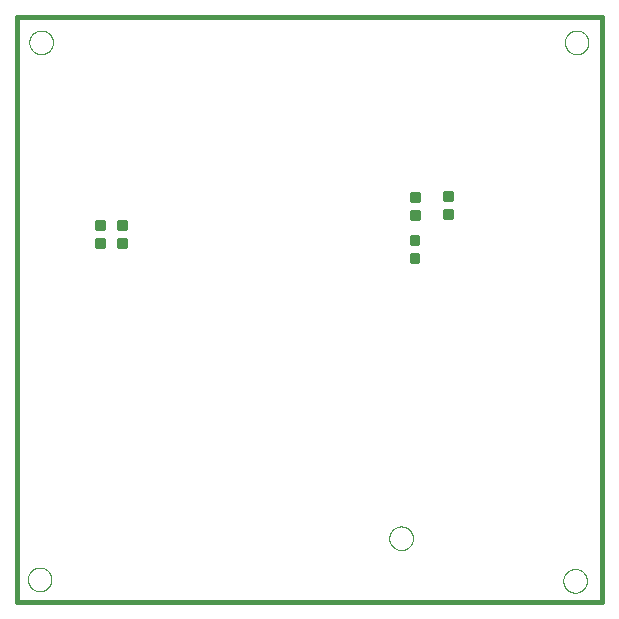
<source format=gbp>
G75*
%MOIN*%
%OFA0B0*%
%FSLAX25Y25*%
%IPPOS*%
%LPD*%
%AMOC8*
5,1,8,0,0,1.08239X$1,22.5*
%
%ADD10C,0.00000*%
%ADD11C,0.01600*%
%ADD12C,0.00875*%
D10*
X0005834Y0009308D02*
X0005836Y0009433D01*
X0005842Y0009558D01*
X0005852Y0009682D01*
X0005866Y0009806D01*
X0005883Y0009930D01*
X0005905Y0010053D01*
X0005931Y0010175D01*
X0005960Y0010297D01*
X0005993Y0010417D01*
X0006031Y0010536D01*
X0006071Y0010655D01*
X0006116Y0010771D01*
X0006164Y0010886D01*
X0006216Y0011000D01*
X0006272Y0011112D01*
X0006331Y0011222D01*
X0006393Y0011330D01*
X0006459Y0011437D01*
X0006528Y0011541D01*
X0006601Y0011642D01*
X0006676Y0011742D01*
X0006755Y0011839D01*
X0006837Y0011933D01*
X0006922Y0012025D01*
X0007009Y0012114D01*
X0007100Y0012200D01*
X0007193Y0012283D01*
X0007289Y0012364D01*
X0007387Y0012441D01*
X0007487Y0012515D01*
X0007590Y0012586D01*
X0007695Y0012653D01*
X0007803Y0012718D01*
X0007912Y0012778D01*
X0008023Y0012836D01*
X0008136Y0012889D01*
X0008250Y0012939D01*
X0008366Y0012986D01*
X0008483Y0013028D01*
X0008602Y0013067D01*
X0008722Y0013103D01*
X0008843Y0013134D01*
X0008965Y0013162D01*
X0009087Y0013185D01*
X0009211Y0013205D01*
X0009335Y0013221D01*
X0009459Y0013233D01*
X0009584Y0013241D01*
X0009709Y0013245D01*
X0009833Y0013245D01*
X0009958Y0013241D01*
X0010083Y0013233D01*
X0010207Y0013221D01*
X0010331Y0013205D01*
X0010455Y0013185D01*
X0010577Y0013162D01*
X0010699Y0013134D01*
X0010820Y0013103D01*
X0010940Y0013067D01*
X0011059Y0013028D01*
X0011176Y0012986D01*
X0011292Y0012939D01*
X0011406Y0012889D01*
X0011519Y0012836D01*
X0011630Y0012778D01*
X0011740Y0012718D01*
X0011847Y0012653D01*
X0011952Y0012586D01*
X0012055Y0012515D01*
X0012155Y0012441D01*
X0012253Y0012364D01*
X0012349Y0012283D01*
X0012442Y0012200D01*
X0012533Y0012114D01*
X0012620Y0012025D01*
X0012705Y0011933D01*
X0012787Y0011839D01*
X0012866Y0011742D01*
X0012941Y0011642D01*
X0013014Y0011541D01*
X0013083Y0011437D01*
X0013149Y0011330D01*
X0013211Y0011222D01*
X0013270Y0011112D01*
X0013326Y0011000D01*
X0013378Y0010886D01*
X0013426Y0010771D01*
X0013471Y0010655D01*
X0013511Y0010536D01*
X0013549Y0010417D01*
X0013582Y0010297D01*
X0013611Y0010175D01*
X0013637Y0010053D01*
X0013659Y0009930D01*
X0013676Y0009806D01*
X0013690Y0009682D01*
X0013700Y0009558D01*
X0013706Y0009433D01*
X0013708Y0009308D01*
X0013706Y0009183D01*
X0013700Y0009058D01*
X0013690Y0008934D01*
X0013676Y0008810D01*
X0013659Y0008686D01*
X0013637Y0008563D01*
X0013611Y0008441D01*
X0013582Y0008319D01*
X0013549Y0008199D01*
X0013511Y0008080D01*
X0013471Y0007961D01*
X0013426Y0007845D01*
X0013378Y0007730D01*
X0013326Y0007616D01*
X0013270Y0007504D01*
X0013211Y0007394D01*
X0013149Y0007286D01*
X0013083Y0007179D01*
X0013014Y0007075D01*
X0012941Y0006974D01*
X0012866Y0006874D01*
X0012787Y0006777D01*
X0012705Y0006683D01*
X0012620Y0006591D01*
X0012533Y0006502D01*
X0012442Y0006416D01*
X0012349Y0006333D01*
X0012253Y0006252D01*
X0012155Y0006175D01*
X0012055Y0006101D01*
X0011952Y0006030D01*
X0011847Y0005963D01*
X0011739Y0005898D01*
X0011630Y0005838D01*
X0011519Y0005780D01*
X0011406Y0005727D01*
X0011292Y0005677D01*
X0011176Y0005630D01*
X0011059Y0005588D01*
X0010940Y0005549D01*
X0010820Y0005513D01*
X0010699Y0005482D01*
X0010577Y0005454D01*
X0010455Y0005431D01*
X0010331Y0005411D01*
X0010207Y0005395D01*
X0010083Y0005383D01*
X0009958Y0005375D01*
X0009833Y0005371D01*
X0009709Y0005371D01*
X0009584Y0005375D01*
X0009459Y0005383D01*
X0009335Y0005395D01*
X0009211Y0005411D01*
X0009087Y0005431D01*
X0008965Y0005454D01*
X0008843Y0005482D01*
X0008722Y0005513D01*
X0008602Y0005549D01*
X0008483Y0005588D01*
X0008366Y0005630D01*
X0008250Y0005677D01*
X0008136Y0005727D01*
X0008023Y0005780D01*
X0007912Y0005838D01*
X0007802Y0005898D01*
X0007695Y0005963D01*
X0007590Y0006030D01*
X0007487Y0006101D01*
X0007387Y0006175D01*
X0007289Y0006252D01*
X0007193Y0006333D01*
X0007100Y0006416D01*
X0007009Y0006502D01*
X0006922Y0006591D01*
X0006837Y0006683D01*
X0006755Y0006777D01*
X0006676Y0006874D01*
X0006601Y0006974D01*
X0006528Y0007075D01*
X0006459Y0007179D01*
X0006393Y0007286D01*
X0006331Y0007394D01*
X0006272Y0007504D01*
X0006216Y0007616D01*
X0006164Y0007730D01*
X0006116Y0007845D01*
X0006071Y0007961D01*
X0006031Y0008080D01*
X0005993Y0008199D01*
X0005960Y0008319D01*
X0005931Y0008441D01*
X0005905Y0008563D01*
X0005883Y0008686D01*
X0005866Y0008810D01*
X0005852Y0008934D01*
X0005842Y0009058D01*
X0005836Y0009183D01*
X0005834Y0009308D01*
X0126315Y0023005D02*
X0126317Y0023130D01*
X0126323Y0023255D01*
X0126333Y0023379D01*
X0126347Y0023503D01*
X0126364Y0023627D01*
X0126386Y0023750D01*
X0126412Y0023872D01*
X0126441Y0023994D01*
X0126474Y0024114D01*
X0126512Y0024233D01*
X0126552Y0024352D01*
X0126597Y0024468D01*
X0126645Y0024583D01*
X0126697Y0024697D01*
X0126753Y0024809D01*
X0126812Y0024919D01*
X0126874Y0025027D01*
X0126940Y0025134D01*
X0127009Y0025238D01*
X0127082Y0025339D01*
X0127157Y0025439D01*
X0127236Y0025536D01*
X0127318Y0025630D01*
X0127403Y0025722D01*
X0127490Y0025811D01*
X0127581Y0025897D01*
X0127674Y0025980D01*
X0127770Y0026061D01*
X0127868Y0026138D01*
X0127968Y0026212D01*
X0128071Y0026283D01*
X0128176Y0026350D01*
X0128284Y0026415D01*
X0128393Y0026475D01*
X0128504Y0026533D01*
X0128617Y0026586D01*
X0128731Y0026636D01*
X0128847Y0026683D01*
X0128964Y0026725D01*
X0129083Y0026764D01*
X0129203Y0026800D01*
X0129324Y0026831D01*
X0129446Y0026859D01*
X0129568Y0026882D01*
X0129692Y0026902D01*
X0129816Y0026918D01*
X0129940Y0026930D01*
X0130065Y0026938D01*
X0130190Y0026942D01*
X0130314Y0026942D01*
X0130439Y0026938D01*
X0130564Y0026930D01*
X0130688Y0026918D01*
X0130812Y0026902D01*
X0130936Y0026882D01*
X0131058Y0026859D01*
X0131180Y0026831D01*
X0131301Y0026800D01*
X0131421Y0026764D01*
X0131540Y0026725D01*
X0131657Y0026683D01*
X0131773Y0026636D01*
X0131887Y0026586D01*
X0132000Y0026533D01*
X0132111Y0026475D01*
X0132221Y0026415D01*
X0132328Y0026350D01*
X0132433Y0026283D01*
X0132536Y0026212D01*
X0132636Y0026138D01*
X0132734Y0026061D01*
X0132830Y0025980D01*
X0132923Y0025897D01*
X0133014Y0025811D01*
X0133101Y0025722D01*
X0133186Y0025630D01*
X0133268Y0025536D01*
X0133347Y0025439D01*
X0133422Y0025339D01*
X0133495Y0025238D01*
X0133564Y0025134D01*
X0133630Y0025027D01*
X0133692Y0024919D01*
X0133751Y0024809D01*
X0133807Y0024697D01*
X0133859Y0024583D01*
X0133907Y0024468D01*
X0133952Y0024352D01*
X0133992Y0024233D01*
X0134030Y0024114D01*
X0134063Y0023994D01*
X0134092Y0023872D01*
X0134118Y0023750D01*
X0134140Y0023627D01*
X0134157Y0023503D01*
X0134171Y0023379D01*
X0134181Y0023255D01*
X0134187Y0023130D01*
X0134189Y0023005D01*
X0134187Y0022880D01*
X0134181Y0022755D01*
X0134171Y0022631D01*
X0134157Y0022507D01*
X0134140Y0022383D01*
X0134118Y0022260D01*
X0134092Y0022138D01*
X0134063Y0022016D01*
X0134030Y0021896D01*
X0133992Y0021777D01*
X0133952Y0021658D01*
X0133907Y0021542D01*
X0133859Y0021427D01*
X0133807Y0021313D01*
X0133751Y0021201D01*
X0133692Y0021091D01*
X0133630Y0020983D01*
X0133564Y0020876D01*
X0133495Y0020772D01*
X0133422Y0020671D01*
X0133347Y0020571D01*
X0133268Y0020474D01*
X0133186Y0020380D01*
X0133101Y0020288D01*
X0133014Y0020199D01*
X0132923Y0020113D01*
X0132830Y0020030D01*
X0132734Y0019949D01*
X0132636Y0019872D01*
X0132536Y0019798D01*
X0132433Y0019727D01*
X0132328Y0019660D01*
X0132220Y0019595D01*
X0132111Y0019535D01*
X0132000Y0019477D01*
X0131887Y0019424D01*
X0131773Y0019374D01*
X0131657Y0019327D01*
X0131540Y0019285D01*
X0131421Y0019246D01*
X0131301Y0019210D01*
X0131180Y0019179D01*
X0131058Y0019151D01*
X0130936Y0019128D01*
X0130812Y0019108D01*
X0130688Y0019092D01*
X0130564Y0019080D01*
X0130439Y0019072D01*
X0130314Y0019068D01*
X0130190Y0019068D01*
X0130065Y0019072D01*
X0129940Y0019080D01*
X0129816Y0019092D01*
X0129692Y0019108D01*
X0129568Y0019128D01*
X0129446Y0019151D01*
X0129324Y0019179D01*
X0129203Y0019210D01*
X0129083Y0019246D01*
X0128964Y0019285D01*
X0128847Y0019327D01*
X0128731Y0019374D01*
X0128617Y0019424D01*
X0128504Y0019477D01*
X0128393Y0019535D01*
X0128283Y0019595D01*
X0128176Y0019660D01*
X0128071Y0019727D01*
X0127968Y0019798D01*
X0127868Y0019872D01*
X0127770Y0019949D01*
X0127674Y0020030D01*
X0127581Y0020113D01*
X0127490Y0020199D01*
X0127403Y0020288D01*
X0127318Y0020380D01*
X0127236Y0020474D01*
X0127157Y0020571D01*
X0127082Y0020671D01*
X0127009Y0020772D01*
X0126940Y0020876D01*
X0126874Y0020983D01*
X0126812Y0021091D01*
X0126753Y0021201D01*
X0126697Y0021313D01*
X0126645Y0021427D01*
X0126597Y0021542D01*
X0126552Y0021658D01*
X0126512Y0021777D01*
X0126474Y0021896D01*
X0126441Y0022016D01*
X0126412Y0022138D01*
X0126386Y0022260D01*
X0126364Y0022383D01*
X0126347Y0022507D01*
X0126333Y0022631D01*
X0126323Y0022755D01*
X0126317Y0022880D01*
X0126315Y0023005D01*
X0184319Y0008800D02*
X0184321Y0008925D01*
X0184327Y0009050D01*
X0184337Y0009174D01*
X0184351Y0009298D01*
X0184368Y0009422D01*
X0184390Y0009545D01*
X0184416Y0009667D01*
X0184445Y0009789D01*
X0184478Y0009909D01*
X0184516Y0010028D01*
X0184556Y0010147D01*
X0184601Y0010263D01*
X0184649Y0010378D01*
X0184701Y0010492D01*
X0184757Y0010604D01*
X0184816Y0010714D01*
X0184878Y0010822D01*
X0184944Y0010929D01*
X0185013Y0011033D01*
X0185086Y0011134D01*
X0185161Y0011234D01*
X0185240Y0011331D01*
X0185322Y0011425D01*
X0185407Y0011517D01*
X0185494Y0011606D01*
X0185585Y0011692D01*
X0185678Y0011775D01*
X0185774Y0011856D01*
X0185872Y0011933D01*
X0185972Y0012007D01*
X0186075Y0012078D01*
X0186180Y0012145D01*
X0186288Y0012210D01*
X0186397Y0012270D01*
X0186508Y0012328D01*
X0186621Y0012381D01*
X0186735Y0012431D01*
X0186851Y0012478D01*
X0186968Y0012520D01*
X0187087Y0012559D01*
X0187207Y0012595D01*
X0187328Y0012626D01*
X0187450Y0012654D01*
X0187572Y0012677D01*
X0187696Y0012697D01*
X0187820Y0012713D01*
X0187944Y0012725D01*
X0188069Y0012733D01*
X0188194Y0012737D01*
X0188318Y0012737D01*
X0188443Y0012733D01*
X0188568Y0012725D01*
X0188692Y0012713D01*
X0188816Y0012697D01*
X0188940Y0012677D01*
X0189062Y0012654D01*
X0189184Y0012626D01*
X0189305Y0012595D01*
X0189425Y0012559D01*
X0189544Y0012520D01*
X0189661Y0012478D01*
X0189777Y0012431D01*
X0189891Y0012381D01*
X0190004Y0012328D01*
X0190115Y0012270D01*
X0190225Y0012210D01*
X0190332Y0012145D01*
X0190437Y0012078D01*
X0190540Y0012007D01*
X0190640Y0011933D01*
X0190738Y0011856D01*
X0190834Y0011775D01*
X0190927Y0011692D01*
X0191018Y0011606D01*
X0191105Y0011517D01*
X0191190Y0011425D01*
X0191272Y0011331D01*
X0191351Y0011234D01*
X0191426Y0011134D01*
X0191499Y0011033D01*
X0191568Y0010929D01*
X0191634Y0010822D01*
X0191696Y0010714D01*
X0191755Y0010604D01*
X0191811Y0010492D01*
X0191863Y0010378D01*
X0191911Y0010263D01*
X0191956Y0010147D01*
X0191996Y0010028D01*
X0192034Y0009909D01*
X0192067Y0009789D01*
X0192096Y0009667D01*
X0192122Y0009545D01*
X0192144Y0009422D01*
X0192161Y0009298D01*
X0192175Y0009174D01*
X0192185Y0009050D01*
X0192191Y0008925D01*
X0192193Y0008800D01*
X0192191Y0008675D01*
X0192185Y0008550D01*
X0192175Y0008426D01*
X0192161Y0008302D01*
X0192144Y0008178D01*
X0192122Y0008055D01*
X0192096Y0007933D01*
X0192067Y0007811D01*
X0192034Y0007691D01*
X0191996Y0007572D01*
X0191956Y0007453D01*
X0191911Y0007337D01*
X0191863Y0007222D01*
X0191811Y0007108D01*
X0191755Y0006996D01*
X0191696Y0006886D01*
X0191634Y0006778D01*
X0191568Y0006671D01*
X0191499Y0006567D01*
X0191426Y0006466D01*
X0191351Y0006366D01*
X0191272Y0006269D01*
X0191190Y0006175D01*
X0191105Y0006083D01*
X0191018Y0005994D01*
X0190927Y0005908D01*
X0190834Y0005825D01*
X0190738Y0005744D01*
X0190640Y0005667D01*
X0190540Y0005593D01*
X0190437Y0005522D01*
X0190332Y0005455D01*
X0190224Y0005390D01*
X0190115Y0005330D01*
X0190004Y0005272D01*
X0189891Y0005219D01*
X0189777Y0005169D01*
X0189661Y0005122D01*
X0189544Y0005080D01*
X0189425Y0005041D01*
X0189305Y0005005D01*
X0189184Y0004974D01*
X0189062Y0004946D01*
X0188940Y0004923D01*
X0188816Y0004903D01*
X0188692Y0004887D01*
X0188568Y0004875D01*
X0188443Y0004867D01*
X0188318Y0004863D01*
X0188194Y0004863D01*
X0188069Y0004867D01*
X0187944Y0004875D01*
X0187820Y0004887D01*
X0187696Y0004903D01*
X0187572Y0004923D01*
X0187450Y0004946D01*
X0187328Y0004974D01*
X0187207Y0005005D01*
X0187087Y0005041D01*
X0186968Y0005080D01*
X0186851Y0005122D01*
X0186735Y0005169D01*
X0186621Y0005219D01*
X0186508Y0005272D01*
X0186397Y0005330D01*
X0186287Y0005390D01*
X0186180Y0005455D01*
X0186075Y0005522D01*
X0185972Y0005593D01*
X0185872Y0005667D01*
X0185774Y0005744D01*
X0185678Y0005825D01*
X0185585Y0005908D01*
X0185494Y0005994D01*
X0185407Y0006083D01*
X0185322Y0006175D01*
X0185240Y0006269D01*
X0185161Y0006366D01*
X0185086Y0006466D01*
X0185013Y0006567D01*
X0184944Y0006671D01*
X0184878Y0006778D01*
X0184816Y0006886D01*
X0184757Y0006996D01*
X0184701Y0007108D01*
X0184649Y0007222D01*
X0184601Y0007337D01*
X0184556Y0007453D01*
X0184516Y0007572D01*
X0184478Y0007691D01*
X0184445Y0007811D01*
X0184416Y0007933D01*
X0184390Y0008055D01*
X0184368Y0008178D01*
X0184351Y0008302D01*
X0184337Y0008426D01*
X0184327Y0008550D01*
X0184321Y0008675D01*
X0184319Y0008800D01*
X0184834Y0188308D02*
X0184836Y0188433D01*
X0184842Y0188558D01*
X0184852Y0188682D01*
X0184866Y0188806D01*
X0184883Y0188930D01*
X0184905Y0189053D01*
X0184931Y0189175D01*
X0184960Y0189297D01*
X0184993Y0189417D01*
X0185031Y0189536D01*
X0185071Y0189655D01*
X0185116Y0189771D01*
X0185164Y0189886D01*
X0185216Y0190000D01*
X0185272Y0190112D01*
X0185331Y0190222D01*
X0185393Y0190330D01*
X0185459Y0190437D01*
X0185528Y0190541D01*
X0185601Y0190642D01*
X0185676Y0190742D01*
X0185755Y0190839D01*
X0185837Y0190933D01*
X0185922Y0191025D01*
X0186009Y0191114D01*
X0186100Y0191200D01*
X0186193Y0191283D01*
X0186289Y0191364D01*
X0186387Y0191441D01*
X0186487Y0191515D01*
X0186590Y0191586D01*
X0186695Y0191653D01*
X0186803Y0191718D01*
X0186912Y0191778D01*
X0187023Y0191836D01*
X0187136Y0191889D01*
X0187250Y0191939D01*
X0187366Y0191986D01*
X0187483Y0192028D01*
X0187602Y0192067D01*
X0187722Y0192103D01*
X0187843Y0192134D01*
X0187965Y0192162D01*
X0188087Y0192185D01*
X0188211Y0192205D01*
X0188335Y0192221D01*
X0188459Y0192233D01*
X0188584Y0192241D01*
X0188709Y0192245D01*
X0188833Y0192245D01*
X0188958Y0192241D01*
X0189083Y0192233D01*
X0189207Y0192221D01*
X0189331Y0192205D01*
X0189455Y0192185D01*
X0189577Y0192162D01*
X0189699Y0192134D01*
X0189820Y0192103D01*
X0189940Y0192067D01*
X0190059Y0192028D01*
X0190176Y0191986D01*
X0190292Y0191939D01*
X0190406Y0191889D01*
X0190519Y0191836D01*
X0190630Y0191778D01*
X0190740Y0191718D01*
X0190847Y0191653D01*
X0190952Y0191586D01*
X0191055Y0191515D01*
X0191155Y0191441D01*
X0191253Y0191364D01*
X0191349Y0191283D01*
X0191442Y0191200D01*
X0191533Y0191114D01*
X0191620Y0191025D01*
X0191705Y0190933D01*
X0191787Y0190839D01*
X0191866Y0190742D01*
X0191941Y0190642D01*
X0192014Y0190541D01*
X0192083Y0190437D01*
X0192149Y0190330D01*
X0192211Y0190222D01*
X0192270Y0190112D01*
X0192326Y0190000D01*
X0192378Y0189886D01*
X0192426Y0189771D01*
X0192471Y0189655D01*
X0192511Y0189536D01*
X0192549Y0189417D01*
X0192582Y0189297D01*
X0192611Y0189175D01*
X0192637Y0189053D01*
X0192659Y0188930D01*
X0192676Y0188806D01*
X0192690Y0188682D01*
X0192700Y0188558D01*
X0192706Y0188433D01*
X0192708Y0188308D01*
X0192706Y0188183D01*
X0192700Y0188058D01*
X0192690Y0187934D01*
X0192676Y0187810D01*
X0192659Y0187686D01*
X0192637Y0187563D01*
X0192611Y0187441D01*
X0192582Y0187319D01*
X0192549Y0187199D01*
X0192511Y0187080D01*
X0192471Y0186961D01*
X0192426Y0186845D01*
X0192378Y0186730D01*
X0192326Y0186616D01*
X0192270Y0186504D01*
X0192211Y0186394D01*
X0192149Y0186286D01*
X0192083Y0186179D01*
X0192014Y0186075D01*
X0191941Y0185974D01*
X0191866Y0185874D01*
X0191787Y0185777D01*
X0191705Y0185683D01*
X0191620Y0185591D01*
X0191533Y0185502D01*
X0191442Y0185416D01*
X0191349Y0185333D01*
X0191253Y0185252D01*
X0191155Y0185175D01*
X0191055Y0185101D01*
X0190952Y0185030D01*
X0190847Y0184963D01*
X0190739Y0184898D01*
X0190630Y0184838D01*
X0190519Y0184780D01*
X0190406Y0184727D01*
X0190292Y0184677D01*
X0190176Y0184630D01*
X0190059Y0184588D01*
X0189940Y0184549D01*
X0189820Y0184513D01*
X0189699Y0184482D01*
X0189577Y0184454D01*
X0189455Y0184431D01*
X0189331Y0184411D01*
X0189207Y0184395D01*
X0189083Y0184383D01*
X0188958Y0184375D01*
X0188833Y0184371D01*
X0188709Y0184371D01*
X0188584Y0184375D01*
X0188459Y0184383D01*
X0188335Y0184395D01*
X0188211Y0184411D01*
X0188087Y0184431D01*
X0187965Y0184454D01*
X0187843Y0184482D01*
X0187722Y0184513D01*
X0187602Y0184549D01*
X0187483Y0184588D01*
X0187366Y0184630D01*
X0187250Y0184677D01*
X0187136Y0184727D01*
X0187023Y0184780D01*
X0186912Y0184838D01*
X0186802Y0184898D01*
X0186695Y0184963D01*
X0186590Y0185030D01*
X0186487Y0185101D01*
X0186387Y0185175D01*
X0186289Y0185252D01*
X0186193Y0185333D01*
X0186100Y0185416D01*
X0186009Y0185502D01*
X0185922Y0185591D01*
X0185837Y0185683D01*
X0185755Y0185777D01*
X0185676Y0185874D01*
X0185601Y0185974D01*
X0185528Y0186075D01*
X0185459Y0186179D01*
X0185393Y0186286D01*
X0185331Y0186394D01*
X0185272Y0186504D01*
X0185216Y0186616D01*
X0185164Y0186730D01*
X0185116Y0186845D01*
X0185071Y0186961D01*
X0185031Y0187080D01*
X0184993Y0187199D01*
X0184960Y0187319D01*
X0184931Y0187441D01*
X0184905Y0187563D01*
X0184883Y0187686D01*
X0184866Y0187810D01*
X0184852Y0187934D01*
X0184842Y0188058D01*
X0184836Y0188183D01*
X0184834Y0188308D01*
X0006334Y0188308D02*
X0006336Y0188433D01*
X0006342Y0188558D01*
X0006352Y0188682D01*
X0006366Y0188806D01*
X0006383Y0188930D01*
X0006405Y0189053D01*
X0006431Y0189175D01*
X0006460Y0189297D01*
X0006493Y0189417D01*
X0006531Y0189536D01*
X0006571Y0189655D01*
X0006616Y0189771D01*
X0006664Y0189886D01*
X0006716Y0190000D01*
X0006772Y0190112D01*
X0006831Y0190222D01*
X0006893Y0190330D01*
X0006959Y0190437D01*
X0007028Y0190541D01*
X0007101Y0190642D01*
X0007176Y0190742D01*
X0007255Y0190839D01*
X0007337Y0190933D01*
X0007422Y0191025D01*
X0007509Y0191114D01*
X0007600Y0191200D01*
X0007693Y0191283D01*
X0007789Y0191364D01*
X0007887Y0191441D01*
X0007987Y0191515D01*
X0008090Y0191586D01*
X0008195Y0191653D01*
X0008303Y0191718D01*
X0008412Y0191778D01*
X0008523Y0191836D01*
X0008636Y0191889D01*
X0008750Y0191939D01*
X0008866Y0191986D01*
X0008983Y0192028D01*
X0009102Y0192067D01*
X0009222Y0192103D01*
X0009343Y0192134D01*
X0009465Y0192162D01*
X0009587Y0192185D01*
X0009711Y0192205D01*
X0009835Y0192221D01*
X0009959Y0192233D01*
X0010084Y0192241D01*
X0010209Y0192245D01*
X0010333Y0192245D01*
X0010458Y0192241D01*
X0010583Y0192233D01*
X0010707Y0192221D01*
X0010831Y0192205D01*
X0010955Y0192185D01*
X0011077Y0192162D01*
X0011199Y0192134D01*
X0011320Y0192103D01*
X0011440Y0192067D01*
X0011559Y0192028D01*
X0011676Y0191986D01*
X0011792Y0191939D01*
X0011906Y0191889D01*
X0012019Y0191836D01*
X0012130Y0191778D01*
X0012240Y0191718D01*
X0012347Y0191653D01*
X0012452Y0191586D01*
X0012555Y0191515D01*
X0012655Y0191441D01*
X0012753Y0191364D01*
X0012849Y0191283D01*
X0012942Y0191200D01*
X0013033Y0191114D01*
X0013120Y0191025D01*
X0013205Y0190933D01*
X0013287Y0190839D01*
X0013366Y0190742D01*
X0013441Y0190642D01*
X0013514Y0190541D01*
X0013583Y0190437D01*
X0013649Y0190330D01*
X0013711Y0190222D01*
X0013770Y0190112D01*
X0013826Y0190000D01*
X0013878Y0189886D01*
X0013926Y0189771D01*
X0013971Y0189655D01*
X0014011Y0189536D01*
X0014049Y0189417D01*
X0014082Y0189297D01*
X0014111Y0189175D01*
X0014137Y0189053D01*
X0014159Y0188930D01*
X0014176Y0188806D01*
X0014190Y0188682D01*
X0014200Y0188558D01*
X0014206Y0188433D01*
X0014208Y0188308D01*
X0014206Y0188183D01*
X0014200Y0188058D01*
X0014190Y0187934D01*
X0014176Y0187810D01*
X0014159Y0187686D01*
X0014137Y0187563D01*
X0014111Y0187441D01*
X0014082Y0187319D01*
X0014049Y0187199D01*
X0014011Y0187080D01*
X0013971Y0186961D01*
X0013926Y0186845D01*
X0013878Y0186730D01*
X0013826Y0186616D01*
X0013770Y0186504D01*
X0013711Y0186394D01*
X0013649Y0186286D01*
X0013583Y0186179D01*
X0013514Y0186075D01*
X0013441Y0185974D01*
X0013366Y0185874D01*
X0013287Y0185777D01*
X0013205Y0185683D01*
X0013120Y0185591D01*
X0013033Y0185502D01*
X0012942Y0185416D01*
X0012849Y0185333D01*
X0012753Y0185252D01*
X0012655Y0185175D01*
X0012555Y0185101D01*
X0012452Y0185030D01*
X0012347Y0184963D01*
X0012239Y0184898D01*
X0012130Y0184838D01*
X0012019Y0184780D01*
X0011906Y0184727D01*
X0011792Y0184677D01*
X0011676Y0184630D01*
X0011559Y0184588D01*
X0011440Y0184549D01*
X0011320Y0184513D01*
X0011199Y0184482D01*
X0011077Y0184454D01*
X0010955Y0184431D01*
X0010831Y0184411D01*
X0010707Y0184395D01*
X0010583Y0184383D01*
X0010458Y0184375D01*
X0010333Y0184371D01*
X0010209Y0184371D01*
X0010084Y0184375D01*
X0009959Y0184383D01*
X0009835Y0184395D01*
X0009711Y0184411D01*
X0009587Y0184431D01*
X0009465Y0184454D01*
X0009343Y0184482D01*
X0009222Y0184513D01*
X0009102Y0184549D01*
X0008983Y0184588D01*
X0008866Y0184630D01*
X0008750Y0184677D01*
X0008636Y0184727D01*
X0008523Y0184780D01*
X0008412Y0184838D01*
X0008302Y0184898D01*
X0008195Y0184963D01*
X0008090Y0185030D01*
X0007987Y0185101D01*
X0007887Y0185175D01*
X0007789Y0185252D01*
X0007693Y0185333D01*
X0007600Y0185416D01*
X0007509Y0185502D01*
X0007422Y0185591D01*
X0007337Y0185683D01*
X0007255Y0185777D01*
X0007176Y0185874D01*
X0007101Y0185974D01*
X0007028Y0186075D01*
X0006959Y0186179D01*
X0006893Y0186286D01*
X0006831Y0186394D01*
X0006772Y0186504D01*
X0006716Y0186616D01*
X0006664Y0186730D01*
X0006616Y0186845D01*
X0006571Y0186961D01*
X0006531Y0187080D01*
X0006493Y0187199D01*
X0006460Y0187319D01*
X0006431Y0187441D01*
X0006405Y0187563D01*
X0006383Y0187686D01*
X0006366Y0187810D01*
X0006352Y0187934D01*
X0006342Y0188058D01*
X0006336Y0188183D01*
X0006334Y0188308D01*
D11*
X0002271Y0001808D02*
X0197122Y0001808D01*
X0197122Y0196658D01*
X0002271Y0196658D01*
X0002271Y0001808D01*
D12*
X0031084Y0119995D02*
X0031084Y0122621D01*
X0031084Y0119995D02*
X0028458Y0119995D01*
X0028458Y0122621D01*
X0031084Y0122621D01*
X0031084Y0120869D02*
X0028458Y0120869D01*
X0028458Y0121743D02*
X0031084Y0121743D01*
X0031084Y0122617D02*
X0028458Y0122617D01*
X0031084Y0125995D02*
X0031084Y0128621D01*
X0031084Y0125995D02*
X0028458Y0125995D01*
X0028458Y0128621D01*
X0031084Y0128621D01*
X0031084Y0126869D02*
X0028458Y0126869D01*
X0028458Y0127743D02*
X0031084Y0127743D01*
X0031084Y0128617D02*
X0028458Y0128617D01*
X0038584Y0128621D02*
X0038584Y0125995D01*
X0035958Y0125995D01*
X0035958Y0128621D01*
X0038584Y0128621D01*
X0038584Y0126869D02*
X0035958Y0126869D01*
X0035958Y0127743D02*
X0038584Y0127743D01*
X0038584Y0128617D02*
X0035958Y0128617D01*
X0038584Y0122621D02*
X0038584Y0119995D01*
X0035958Y0119995D01*
X0035958Y0122621D01*
X0038584Y0122621D01*
X0038584Y0120869D02*
X0035958Y0120869D01*
X0035958Y0121743D02*
X0038584Y0121743D01*
X0038584Y0122617D02*
X0035958Y0122617D01*
X0133407Y0123763D02*
X0133407Y0121137D01*
X0133407Y0123763D02*
X0136033Y0123763D01*
X0136033Y0121137D01*
X0133407Y0121137D01*
X0133407Y0122011D02*
X0136033Y0122011D01*
X0136033Y0122885D02*
X0133407Y0122885D01*
X0133407Y0123759D02*
X0136033Y0123759D01*
X0133557Y0129440D02*
X0133557Y0132066D01*
X0136183Y0132066D01*
X0136183Y0129440D01*
X0133557Y0129440D01*
X0133557Y0130314D02*
X0136183Y0130314D01*
X0136183Y0131188D02*
X0133557Y0131188D01*
X0133557Y0132062D02*
X0136183Y0132062D01*
X0133557Y0135440D02*
X0133557Y0138066D01*
X0136183Y0138066D01*
X0136183Y0135440D01*
X0133557Y0135440D01*
X0133557Y0136314D02*
X0136183Y0136314D01*
X0136183Y0137188D02*
X0133557Y0137188D01*
X0133557Y0138062D02*
X0136183Y0138062D01*
X0144643Y0138263D02*
X0144643Y0135637D01*
X0144643Y0138263D02*
X0147269Y0138263D01*
X0147269Y0135637D01*
X0144643Y0135637D01*
X0144643Y0136511D02*
X0147269Y0136511D01*
X0147269Y0137385D02*
X0144643Y0137385D01*
X0144643Y0138259D02*
X0147269Y0138259D01*
X0144643Y0132263D02*
X0144643Y0129637D01*
X0144643Y0132263D02*
X0147269Y0132263D01*
X0147269Y0129637D01*
X0144643Y0129637D01*
X0144643Y0130511D02*
X0147269Y0130511D01*
X0147269Y0131385D02*
X0144643Y0131385D01*
X0144643Y0132259D02*
X0147269Y0132259D01*
X0133407Y0117763D02*
X0133407Y0115137D01*
X0133407Y0117763D02*
X0136033Y0117763D01*
X0136033Y0115137D01*
X0133407Y0115137D01*
X0133407Y0116011D02*
X0136033Y0116011D01*
X0136033Y0116885D02*
X0133407Y0116885D01*
X0133407Y0117759D02*
X0136033Y0117759D01*
M02*

</source>
